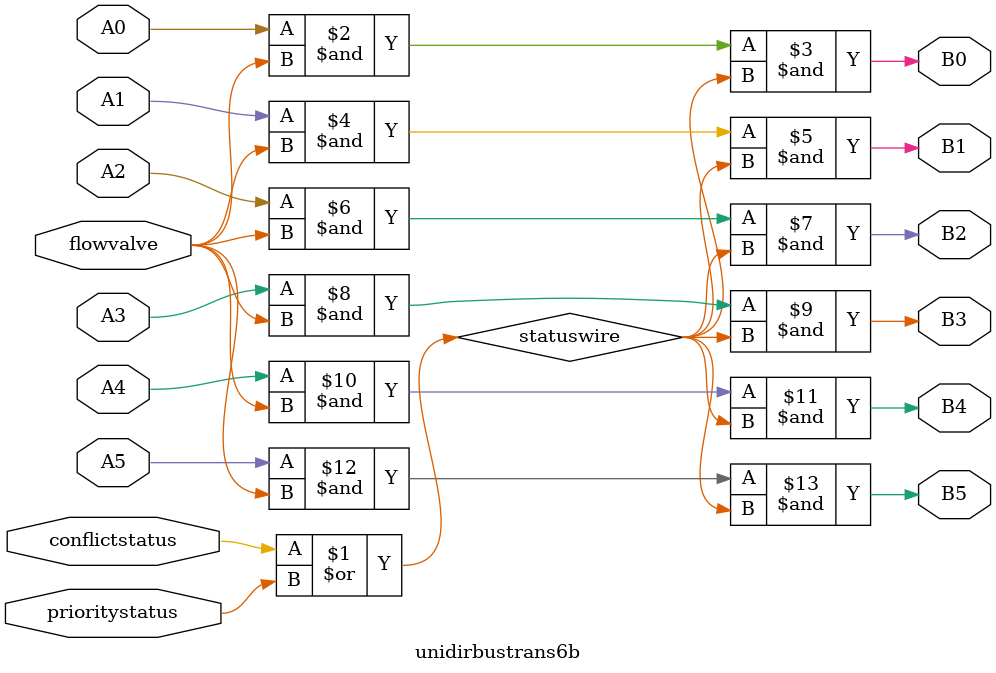
<source format=v>
module unidirbustrans6b (A0, A1, A2, A3, A4, A5,
	flowvalve, conflictstatus, prioritystatus,
	B0, B1, B2, B3, B4, B5);

	input A0, A1, A2, A3, A4, A5, flowvalve, conflictstatus, prioritystatus;
	
	output B0, B1, B2, B3, B4, B5;
	
	wire statuswire;
	

or hasprioritORnoconflict (statuswire, conflictstatus, prioritystatus);

and A0toB0(B0, A0, flowvalve, statuswire);
and A1toB1(B1, A1, flowvalve, statuswire);
and A2toB2(B2, A2, flowvalve, statuswire);
and A3toB3(B3, A3, flowvalve, statuswire);
and A4toB4(B4, A4, flowvalve, statuswire);
and A5toB5(B5, A5, flowvalve, statuswire);

endmodule

</source>
